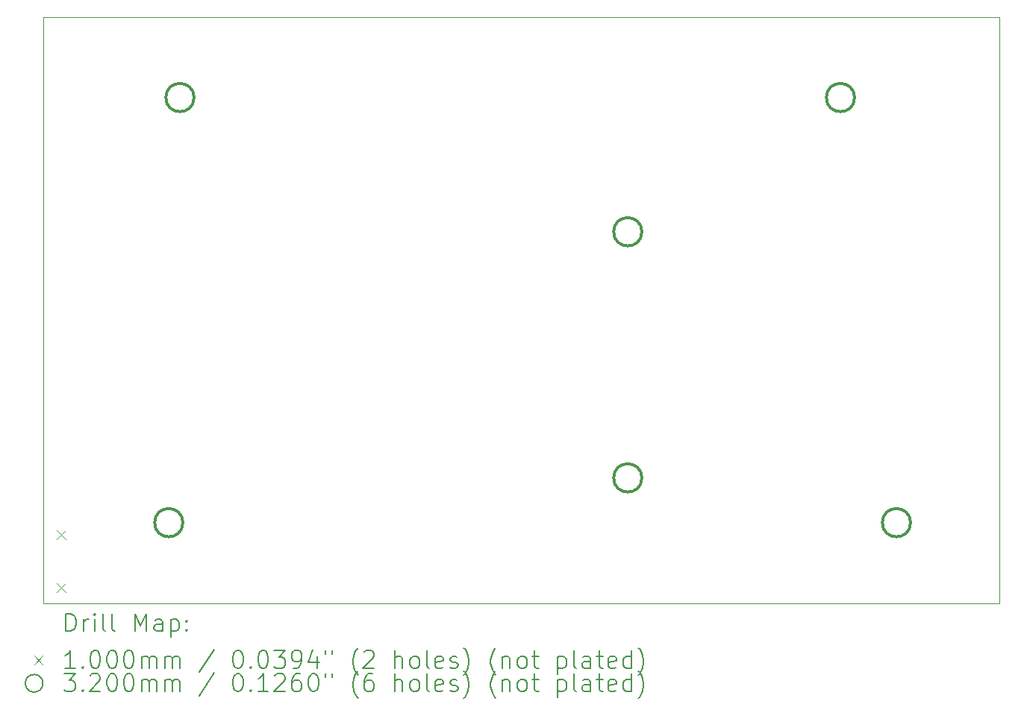
<source format=gbr>
%TF.GenerationSoftware,KiCad,Pcbnew,7.0.7*%
%TF.CreationDate,2024-02-25T13:03:45-05:00*%
%TF.ProjectId,Rover Voltage Sense,526f7665-7220-4566-9f6c-746167652053,rev?*%
%TF.SameCoordinates,Original*%
%TF.FileFunction,Drillmap*%
%TF.FilePolarity,Positive*%
%FSLAX45Y45*%
G04 Gerber Fmt 4.5, Leading zero omitted, Abs format (unit mm)*
G04 Created by KiCad (PCBNEW 7.0.7) date 2024-02-25 13:03:45*
%MOMM*%
%LPD*%
G01*
G04 APERTURE LIST*
%ADD10C,0.100000*%
%ADD11C,0.200000*%
%ADD12C,0.320000*%
G04 APERTURE END LIST*
D10*
X3276600Y-1879600D02*
X14122400Y-1879600D01*
X14122400Y-8534400D01*
X3276600Y-8534400D01*
X3276600Y-1879600D01*
D11*
D10*
X3430000Y-7710000D02*
X3530000Y-7810000D01*
X3530000Y-7710000D02*
X3430000Y-7810000D01*
X3430000Y-8310000D02*
X3530000Y-8410000D01*
X3530000Y-8310000D02*
X3430000Y-8410000D01*
D12*
X4859000Y-7620000D02*
G75*
G03*
X4859000Y-7620000I-160000J0D01*
G01*
X4986000Y-2794000D02*
G75*
G03*
X4986000Y-2794000I-160000J0D01*
G01*
X10066000Y-4318000D02*
G75*
G03*
X10066000Y-4318000I-160000J0D01*
G01*
X10066000Y-7112000D02*
G75*
G03*
X10066000Y-7112000I-160000J0D01*
G01*
X12479000Y-2794000D02*
G75*
G03*
X12479000Y-2794000I-160000J0D01*
G01*
X13114000Y-7620000D02*
G75*
G03*
X13114000Y-7620000I-160000J0D01*
G01*
D11*
X3532377Y-8850884D02*
X3532377Y-8650884D01*
X3532377Y-8650884D02*
X3579996Y-8650884D01*
X3579996Y-8650884D02*
X3608567Y-8660408D01*
X3608567Y-8660408D02*
X3627615Y-8679455D01*
X3627615Y-8679455D02*
X3637139Y-8698503D01*
X3637139Y-8698503D02*
X3646662Y-8736598D01*
X3646662Y-8736598D02*
X3646662Y-8765170D01*
X3646662Y-8765170D02*
X3637139Y-8803265D01*
X3637139Y-8803265D02*
X3627615Y-8822312D01*
X3627615Y-8822312D02*
X3608567Y-8841360D01*
X3608567Y-8841360D02*
X3579996Y-8850884D01*
X3579996Y-8850884D02*
X3532377Y-8850884D01*
X3732377Y-8850884D02*
X3732377Y-8717550D01*
X3732377Y-8755646D02*
X3741901Y-8736598D01*
X3741901Y-8736598D02*
X3751424Y-8727074D01*
X3751424Y-8727074D02*
X3770472Y-8717550D01*
X3770472Y-8717550D02*
X3789520Y-8717550D01*
X3856186Y-8850884D02*
X3856186Y-8717550D01*
X3856186Y-8650884D02*
X3846662Y-8660408D01*
X3846662Y-8660408D02*
X3856186Y-8669931D01*
X3856186Y-8669931D02*
X3865710Y-8660408D01*
X3865710Y-8660408D02*
X3856186Y-8650884D01*
X3856186Y-8650884D02*
X3856186Y-8669931D01*
X3979996Y-8850884D02*
X3960948Y-8841360D01*
X3960948Y-8841360D02*
X3951424Y-8822312D01*
X3951424Y-8822312D02*
X3951424Y-8650884D01*
X4084758Y-8850884D02*
X4065710Y-8841360D01*
X4065710Y-8841360D02*
X4056186Y-8822312D01*
X4056186Y-8822312D02*
X4056186Y-8650884D01*
X4313329Y-8850884D02*
X4313329Y-8650884D01*
X4313329Y-8650884D02*
X4379996Y-8793741D01*
X4379996Y-8793741D02*
X4446663Y-8650884D01*
X4446663Y-8650884D02*
X4446663Y-8850884D01*
X4627615Y-8850884D02*
X4627615Y-8746122D01*
X4627615Y-8746122D02*
X4618091Y-8727074D01*
X4618091Y-8727074D02*
X4599044Y-8717550D01*
X4599044Y-8717550D02*
X4560948Y-8717550D01*
X4560948Y-8717550D02*
X4541901Y-8727074D01*
X4627615Y-8841360D02*
X4608567Y-8850884D01*
X4608567Y-8850884D02*
X4560948Y-8850884D01*
X4560948Y-8850884D02*
X4541901Y-8841360D01*
X4541901Y-8841360D02*
X4532377Y-8822312D01*
X4532377Y-8822312D02*
X4532377Y-8803265D01*
X4532377Y-8803265D02*
X4541901Y-8784217D01*
X4541901Y-8784217D02*
X4560948Y-8774693D01*
X4560948Y-8774693D02*
X4608567Y-8774693D01*
X4608567Y-8774693D02*
X4627615Y-8765170D01*
X4722853Y-8717550D02*
X4722853Y-8917550D01*
X4722853Y-8727074D02*
X4741901Y-8717550D01*
X4741901Y-8717550D02*
X4779996Y-8717550D01*
X4779996Y-8717550D02*
X4799044Y-8727074D01*
X4799044Y-8727074D02*
X4808567Y-8736598D01*
X4808567Y-8736598D02*
X4818091Y-8755646D01*
X4818091Y-8755646D02*
X4818091Y-8812789D01*
X4818091Y-8812789D02*
X4808567Y-8831836D01*
X4808567Y-8831836D02*
X4799044Y-8841360D01*
X4799044Y-8841360D02*
X4779996Y-8850884D01*
X4779996Y-8850884D02*
X4741901Y-8850884D01*
X4741901Y-8850884D02*
X4722853Y-8841360D01*
X4903805Y-8831836D02*
X4913329Y-8841360D01*
X4913329Y-8841360D02*
X4903805Y-8850884D01*
X4903805Y-8850884D02*
X4894282Y-8841360D01*
X4894282Y-8841360D02*
X4903805Y-8831836D01*
X4903805Y-8831836D02*
X4903805Y-8850884D01*
X4903805Y-8727074D02*
X4913329Y-8736598D01*
X4913329Y-8736598D02*
X4903805Y-8746122D01*
X4903805Y-8746122D02*
X4894282Y-8736598D01*
X4894282Y-8736598D02*
X4903805Y-8727074D01*
X4903805Y-8727074D02*
X4903805Y-8746122D01*
D10*
X3171600Y-9129400D02*
X3271600Y-9229400D01*
X3271600Y-9129400D02*
X3171600Y-9229400D01*
D11*
X3637139Y-9270884D02*
X3522853Y-9270884D01*
X3579996Y-9270884D02*
X3579996Y-9070884D01*
X3579996Y-9070884D02*
X3560948Y-9099455D01*
X3560948Y-9099455D02*
X3541901Y-9118503D01*
X3541901Y-9118503D02*
X3522853Y-9128027D01*
X3722853Y-9251836D02*
X3732377Y-9261360D01*
X3732377Y-9261360D02*
X3722853Y-9270884D01*
X3722853Y-9270884D02*
X3713329Y-9261360D01*
X3713329Y-9261360D02*
X3722853Y-9251836D01*
X3722853Y-9251836D02*
X3722853Y-9270884D01*
X3856186Y-9070884D02*
X3875234Y-9070884D01*
X3875234Y-9070884D02*
X3894282Y-9080408D01*
X3894282Y-9080408D02*
X3903805Y-9089931D01*
X3903805Y-9089931D02*
X3913329Y-9108979D01*
X3913329Y-9108979D02*
X3922853Y-9147074D01*
X3922853Y-9147074D02*
X3922853Y-9194693D01*
X3922853Y-9194693D02*
X3913329Y-9232789D01*
X3913329Y-9232789D02*
X3903805Y-9251836D01*
X3903805Y-9251836D02*
X3894282Y-9261360D01*
X3894282Y-9261360D02*
X3875234Y-9270884D01*
X3875234Y-9270884D02*
X3856186Y-9270884D01*
X3856186Y-9270884D02*
X3837139Y-9261360D01*
X3837139Y-9261360D02*
X3827615Y-9251836D01*
X3827615Y-9251836D02*
X3818091Y-9232789D01*
X3818091Y-9232789D02*
X3808567Y-9194693D01*
X3808567Y-9194693D02*
X3808567Y-9147074D01*
X3808567Y-9147074D02*
X3818091Y-9108979D01*
X3818091Y-9108979D02*
X3827615Y-9089931D01*
X3827615Y-9089931D02*
X3837139Y-9080408D01*
X3837139Y-9080408D02*
X3856186Y-9070884D01*
X4046662Y-9070884D02*
X4065710Y-9070884D01*
X4065710Y-9070884D02*
X4084758Y-9080408D01*
X4084758Y-9080408D02*
X4094282Y-9089931D01*
X4094282Y-9089931D02*
X4103805Y-9108979D01*
X4103805Y-9108979D02*
X4113329Y-9147074D01*
X4113329Y-9147074D02*
X4113329Y-9194693D01*
X4113329Y-9194693D02*
X4103805Y-9232789D01*
X4103805Y-9232789D02*
X4094282Y-9251836D01*
X4094282Y-9251836D02*
X4084758Y-9261360D01*
X4084758Y-9261360D02*
X4065710Y-9270884D01*
X4065710Y-9270884D02*
X4046662Y-9270884D01*
X4046662Y-9270884D02*
X4027615Y-9261360D01*
X4027615Y-9261360D02*
X4018091Y-9251836D01*
X4018091Y-9251836D02*
X4008567Y-9232789D01*
X4008567Y-9232789D02*
X3999043Y-9194693D01*
X3999043Y-9194693D02*
X3999043Y-9147074D01*
X3999043Y-9147074D02*
X4008567Y-9108979D01*
X4008567Y-9108979D02*
X4018091Y-9089931D01*
X4018091Y-9089931D02*
X4027615Y-9080408D01*
X4027615Y-9080408D02*
X4046662Y-9070884D01*
X4237139Y-9070884D02*
X4256186Y-9070884D01*
X4256186Y-9070884D02*
X4275234Y-9080408D01*
X4275234Y-9080408D02*
X4284758Y-9089931D01*
X4284758Y-9089931D02*
X4294282Y-9108979D01*
X4294282Y-9108979D02*
X4303805Y-9147074D01*
X4303805Y-9147074D02*
X4303805Y-9194693D01*
X4303805Y-9194693D02*
X4294282Y-9232789D01*
X4294282Y-9232789D02*
X4284758Y-9251836D01*
X4284758Y-9251836D02*
X4275234Y-9261360D01*
X4275234Y-9261360D02*
X4256186Y-9270884D01*
X4256186Y-9270884D02*
X4237139Y-9270884D01*
X4237139Y-9270884D02*
X4218091Y-9261360D01*
X4218091Y-9261360D02*
X4208567Y-9251836D01*
X4208567Y-9251836D02*
X4199044Y-9232789D01*
X4199044Y-9232789D02*
X4189520Y-9194693D01*
X4189520Y-9194693D02*
X4189520Y-9147074D01*
X4189520Y-9147074D02*
X4199044Y-9108979D01*
X4199044Y-9108979D02*
X4208567Y-9089931D01*
X4208567Y-9089931D02*
X4218091Y-9080408D01*
X4218091Y-9080408D02*
X4237139Y-9070884D01*
X4389520Y-9270884D02*
X4389520Y-9137550D01*
X4389520Y-9156598D02*
X4399044Y-9147074D01*
X4399044Y-9147074D02*
X4418091Y-9137550D01*
X4418091Y-9137550D02*
X4446663Y-9137550D01*
X4446663Y-9137550D02*
X4465710Y-9147074D01*
X4465710Y-9147074D02*
X4475234Y-9166122D01*
X4475234Y-9166122D02*
X4475234Y-9270884D01*
X4475234Y-9166122D02*
X4484758Y-9147074D01*
X4484758Y-9147074D02*
X4503805Y-9137550D01*
X4503805Y-9137550D02*
X4532377Y-9137550D01*
X4532377Y-9137550D02*
X4551425Y-9147074D01*
X4551425Y-9147074D02*
X4560948Y-9166122D01*
X4560948Y-9166122D02*
X4560948Y-9270884D01*
X4656186Y-9270884D02*
X4656186Y-9137550D01*
X4656186Y-9156598D02*
X4665710Y-9147074D01*
X4665710Y-9147074D02*
X4684758Y-9137550D01*
X4684758Y-9137550D02*
X4713329Y-9137550D01*
X4713329Y-9137550D02*
X4732377Y-9147074D01*
X4732377Y-9147074D02*
X4741901Y-9166122D01*
X4741901Y-9166122D02*
X4741901Y-9270884D01*
X4741901Y-9166122D02*
X4751425Y-9147074D01*
X4751425Y-9147074D02*
X4770472Y-9137550D01*
X4770472Y-9137550D02*
X4799044Y-9137550D01*
X4799044Y-9137550D02*
X4818091Y-9147074D01*
X4818091Y-9147074D02*
X4827615Y-9166122D01*
X4827615Y-9166122D02*
X4827615Y-9270884D01*
X5218091Y-9061360D02*
X5046663Y-9318503D01*
X5475234Y-9070884D02*
X5494282Y-9070884D01*
X5494282Y-9070884D02*
X5513329Y-9080408D01*
X5513329Y-9080408D02*
X5522853Y-9089931D01*
X5522853Y-9089931D02*
X5532377Y-9108979D01*
X5532377Y-9108979D02*
X5541901Y-9147074D01*
X5541901Y-9147074D02*
X5541901Y-9194693D01*
X5541901Y-9194693D02*
X5532377Y-9232789D01*
X5532377Y-9232789D02*
X5522853Y-9251836D01*
X5522853Y-9251836D02*
X5513329Y-9261360D01*
X5513329Y-9261360D02*
X5494282Y-9270884D01*
X5494282Y-9270884D02*
X5475234Y-9270884D01*
X5475234Y-9270884D02*
X5456187Y-9261360D01*
X5456187Y-9261360D02*
X5446663Y-9251836D01*
X5446663Y-9251836D02*
X5437139Y-9232789D01*
X5437139Y-9232789D02*
X5427615Y-9194693D01*
X5427615Y-9194693D02*
X5427615Y-9147074D01*
X5427615Y-9147074D02*
X5437139Y-9108979D01*
X5437139Y-9108979D02*
X5446663Y-9089931D01*
X5446663Y-9089931D02*
X5456187Y-9080408D01*
X5456187Y-9080408D02*
X5475234Y-9070884D01*
X5627615Y-9251836D02*
X5637139Y-9261360D01*
X5637139Y-9261360D02*
X5627615Y-9270884D01*
X5627615Y-9270884D02*
X5618091Y-9261360D01*
X5618091Y-9261360D02*
X5627615Y-9251836D01*
X5627615Y-9251836D02*
X5627615Y-9270884D01*
X5760948Y-9070884D02*
X5779996Y-9070884D01*
X5779996Y-9070884D02*
X5799044Y-9080408D01*
X5799044Y-9080408D02*
X5808567Y-9089931D01*
X5808567Y-9089931D02*
X5818091Y-9108979D01*
X5818091Y-9108979D02*
X5827615Y-9147074D01*
X5827615Y-9147074D02*
X5827615Y-9194693D01*
X5827615Y-9194693D02*
X5818091Y-9232789D01*
X5818091Y-9232789D02*
X5808567Y-9251836D01*
X5808567Y-9251836D02*
X5799044Y-9261360D01*
X5799044Y-9261360D02*
X5779996Y-9270884D01*
X5779996Y-9270884D02*
X5760948Y-9270884D01*
X5760948Y-9270884D02*
X5741901Y-9261360D01*
X5741901Y-9261360D02*
X5732377Y-9251836D01*
X5732377Y-9251836D02*
X5722853Y-9232789D01*
X5722853Y-9232789D02*
X5713329Y-9194693D01*
X5713329Y-9194693D02*
X5713329Y-9147074D01*
X5713329Y-9147074D02*
X5722853Y-9108979D01*
X5722853Y-9108979D02*
X5732377Y-9089931D01*
X5732377Y-9089931D02*
X5741901Y-9080408D01*
X5741901Y-9080408D02*
X5760948Y-9070884D01*
X5894282Y-9070884D02*
X6018091Y-9070884D01*
X6018091Y-9070884D02*
X5951425Y-9147074D01*
X5951425Y-9147074D02*
X5979996Y-9147074D01*
X5979996Y-9147074D02*
X5999044Y-9156598D01*
X5999044Y-9156598D02*
X6008567Y-9166122D01*
X6008567Y-9166122D02*
X6018091Y-9185170D01*
X6018091Y-9185170D02*
X6018091Y-9232789D01*
X6018091Y-9232789D02*
X6008567Y-9251836D01*
X6008567Y-9251836D02*
X5999044Y-9261360D01*
X5999044Y-9261360D02*
X5979996Y-9270884D01*
X5979996Y-9270884D02*
X5922853Y-9270884D01*
X5922853Y-9270884D02*
X5903806Y-9261360D01*
X5903806Y-9261360D02*
X5894282Y-9251836D01*
X6113329Y-9270884D02*
X6151425Y-9270884D01*
X6151425Y-9270884D02*
X6170472Y-9261360D01*
X6170472Y-9261360D02*
X6179996Y-9251836D01*
X6179996Y-9251836D02*
X6199044Y-9223265D01*
X6199044Y-9223265D02*
X6208567Y-9185170D01*
X6208567Y-9185170D02*
X6208567Y-9108979D01*
X6208567Y-9108979D02*
X6199044Y-9089931D01*
X6199044Y-9089931D02*
X6189520Y-9080408D01*
X6189520Y-9080408D02*
X6170472Y-9070884D01*
X6170472Y-9070884D02*
X6132377Y-9070884D01*
X6132377Y-9070884D02*
X6113329Y-9080408D01*
X6113329Y-9080408D02*
X6103806Y-9089931D01*
X6103806Y-9089931D02*
X6094282Y-9108979D01*
X6094282Y-9108979D02*
X6094282Y-9156598D01*
X6094282Y-9156598D02*
X6103806Y-9175646D01*
X6103806Y-9175646D02*
X6113329Y-9185170D01*
X6113329Y-9185170D02*
X6132377Y-9194693D01*
X6132377Y-9194693D02*
X6170472Y-9194693D01*
X6170472Y-9194693D02*
X6189520Y-9185170D01*
X6189520Y-9185170D02*
X6199044Y-9175646D01*
X6199044Y-9175646D02*
X6208567Y-9156598D01*
X6379996Y-9137550D02*
X6379996Y-9270884D01*
X6332377Y-9061360D02*
X6284758Y-9204217D01*
X6284758Y-9204217D02*
X6408567Y-9204217D01*
X6475234Y-9070884D02*
X6475234Y-9108979D01*
X6551425Y-9070884D02*
X6551425Y-9108979D01*
X6846663Y-9347074D02*
X6837139Y-9337550D01*
X6837139Y-9337550D02*
X6818091Y-9308979D01*
X6818091Y-9308979D02*
X6808568Y-9289931D01*
X6808568Y-9289931D02*
X6799044Y-9261360D01*
X6799044Y-9261360D02*
X6789520Y-9213741D01*
X6789520Y-9213741D02*
X6789520Y-9175646D01*
X6789520Y-9175646D02*
X6799044Y-9128027D01*
X6799044Y-9128027D02*
X6808568Y-9099455D01*
X6808568Y-9099455D02*
X6818091Y-9080408D01*
X6818091Y-9080408D02*
X6837139Y-9051836D01*
X6837139Y-9051836D02*
X6846663Y-9042312D01*
X6913329Y-9089931D02*
X6922853Y-9080408D01*
X6922853Y-9080408D02*
X6941901Y-9070884D01*
X6941901Y-9070884D02*
X6989520Y-9070884D01*
X6989520Y-9070884D02*
X7008568Y-9080408D01*
X7008568Y-9080408D02*
X7018091Y-9089931D01*
X7018091Y-9089931D02*
X7027615Y-9108979D01*
X7027615Y-9108979D02*
X7027615Y-9128027D01*
X7027615Y-9128027D02*
X7018091Y-9156598D01*
X7018091Y-9156598D02*
X6903806Y-9270884D01*
X6903806Y-9270884D02*
X7027615Y-9270884D01*
X7265710Y-9270884D02*
X7265710Y-9070884D01*
X7351425Y-9270884D02*
X7351425Y-9166122D01*
X7351425Y-9166122D02*
X7341901Y-9147074D01*
X7341901Y-9147074D02*
X7322853Y-9137550D01*
X7322853Y-9137550D02*
X7294282Y-9137550D01*
X7294282Y-9137550D02*
X7275234Y-9147074D01*
X7275234Y-9147074D02*
X7265710Y-9156598D01*
X7475234Y-9270884D02*
X7456187Y-9261360D01*
X7456187Y-9261360D02*
X7446663Y-9251836D01*
X7446663Y-9251836D02*
X7437139Y-9232789D01*
X7437139Y-9232789D02*
X7437139Y-9175646D01*
X7437139Y-9175646D02*
X7446663Y-9156598D01*
X7446663Y-9156598D02*
X7456187Y-9147074D01*
X7456187Y-9147074D02*
X7475234Y-9137550D01*
X7475234Y-9137550D02*
X7503806Y-9137550D01*
X7503806Y-9137550D02*
X7522853Y-9147074D01*
X7522853Y-9147074D02*
X7532377Y-9156598D01*
X7532377Y-9156598D02*
X7541901Y-9175646D01*
X7541901Y-9175646D02*
X7541901Y-9232789D01*
X7541901Y-9232789D02*
X7532377Y-9251836D01*
X7532377Y-9251836D02*
X7522853Y-9261360D01*
X7522853Y-9261360D02*
X7503806Y-9270884D01*
X7503806Y-9270884D02*
X7475234Y-9270884D01*
X7656187Y-9270884D02*
X7637139Y-9261360D01*
X7637139Y-9261360D02*
X7627615Y-9242312D01*
X7627615Y-9242312D02*
X7627615Y-9070884D01*
X7808568Y-9261360D02*
X7789520Y-9270884D01*
X7789520Y-9270884D02*
X7751425Y-9270884D01*
X7751425Y-9270884D02*
X7732377Y-9261360D01*
X7732377Y-9261360D02*
X7722853Y-9242312D01*
X7722853Y-9242312D02*
X7722853Y-9166122D01*
X7722853Y-9166122D02*
X7732377Y-9147074D01*
X7732377Y-9147074D02*
X7751425Y-9137550D01*
X7751425Y-9137550D02*
X7789520Y-9137550D01*
X7789520Y-9137550D02*
X7808568Y-9147074D01*
X7808568Y-9147074D02*
X7818091Y-9166122D01*
X7818091Y-9166122D02*
X7818091Y-9185170D01*
X7818091Y-9185170D02*
X7722853Y-9204217D01*
X7894282Y-9261360D02*
X7913330Y-9270884D01*
X7913330Y-9270884D02*
X7951425Y-9270884D01*
X7951425Y-9270884D02*
X7970472Y-9261360D01*
X7970472Y-9261360D02*
X7979996Y-9242312D01*
X7979996Y-9242312D02*
X7979996Y-9232789D01*
X7979996Y-9232789D02*
X7970472Y-9213741D01*
X7970472Y-9213741D02*
X7951425Y-9204217D01*
X7951425Y-9204217D02*
X7922853Y-9204217D01*
X7922853Y-9204217D02*
X7903806Y-9194693D01*
X7903806Y-9194693D02*
X7894282Y-9175646D01*
X7894282Y-9175646D02*
X7894282Y-9166122D01*
X7894282Y-9166122D02*
X7903806Y-9147074D01*
X7903806Y-9147074D02*
X7922853Y-9137550D01*
X7922853Y-9137550D02*
X7951425Y-9137550D01*
X7951425Y-9137550D02*
X7970472Y-9147074D01*
X8046663Y-9347074D02*
X8056187Y-9337550D01*
X8056187Y-9337550D02*
X8075234Y-9308979D01*
X8075234Y-9308979D02*
X8084758Y-9289931D01*
X8084758Y-9289931D02*
X8094282Y-9261360D01*
X8094282Y-9261360D02*
X8103806Y-9213741D01*
X8103806Y-9213741D02*
X8103806Y-9175646D01*
X8103806Y-9175646D02*
X8094282Y-9128027D01*
X8094282Y-9128027D02*
X8084758Y-9099455D01*
X8084758Y-9099455D02*
X8075234Y-9080408D01*
X8075234Y-9080408D02*
X8056187Y-9051836D01*
X8056187Y-9051836D02*
X8046663Y-9042312D01*
X8408568Y-9347074D02*
X8399044Y-9337550D01*
X8399044Y-9337550D02*
X8379996Y-9308979D01*
X8379996Y-9308979D02*
X8370472Y-9289931D01*
X8370472Y-9289931D02*
X8360949Y-9261360D01*
X8360949Y-9261360D02*
X8351425Y-9213741D01*
X8351425Y-9213741D02*
X8351425Y-9175646D01*
X8351425Y-9175646D02*
X8360949Y-9128027D01*
X8360949Y-9128027D02*
X8370472Y-9099455D01*
X8370472Y-9099455D02*
X8379996Y-9080408D01*
X8379996Y-9080408D02*
X8399044Y-9051836D01*
X8399044Y-9051836D02*
X8408568Y-9042312D01*
X8484758Y-9137550D02*
X8484758Y-9270884D01*
X8484758Y-9156598D02*
X8494282Y-9147074D01*
X8494282Y-9147074D02*
X8513330Y-9137550D01*
X8513330Y-9137550D02*
X8541901Y-9137550D01*
X8541901Y-9137550D02*
X8560949Y-9147074D01*
X8560949Y-9147074D02*
X8570473Y-9166122D01*
X8570473Y-9166122D02*
X8570473Y-9270884D01*
X8694282Y-9270884D02*
X8675234Y-9261360D01*
X8675234Y-9261360D02*
X8665711Y-9251836D01*
X8665711Y-9251836D02*
X8656187Y-9232789D01*
X8656187Y-9232789D02*
X8656187Y-9175646D01*
X8656187Y-9175646D02*
X8665711Y-9156598D01*
X8665711Y-9156598D02*
X8675234Y-9147074D01*
X8675234Y-9147074D02*
X8694282Y-9137550D01*
X8694282Y-9137550D02*
X8722854Y-9137550D01*
X8722854Y-9137550D02*
X8741901Y-9147074D01*
X8741901Y-9147074D02*
X8751425Y-9156598D01*
X8751425Y-9156598D02*
X8760949Y-9175646D01*
X8760949Y-9175646D02*
X8760949Y-9232789D01*
X8760949Y-9232789D02*
X8751425Y-9251836D01*
X8751425Y-9251836D02*
X8741901Y-9261360D01*
X8741901Y-9261360D02*
X8722854Y-9270884D01*
X8722854Y-9270884D02*
X8694282Y-9270884D01*
X8818092Y-9137550D02*
X8894282Y-9137550D01*
X8846663Y-9070884D02*
X8846663Y-9242312D01*
X8846663Y-9242312D02*
X8856187Y-9261360D01*
X8856187Y-9261360D02*
X8875234Y-9270884D01*
X8875234Y-9270884D02*
X8894282Y-9270884D01*
X9113330Y-9137550D02*
X9113330Y-9337550D01*
X9113330Y-9147074D02*
X9132377Y-9137550D01*
X9132377Y-9137550D02*
X9170473Y-9137550D01*
X9170473Y-9137550D02*
X9189520Y-9147074D01*
X9189520Y-9147074D02*
X9199044Y-9156598D01*
X9199044Y-9156598D02*
X9208568Y-9175646D01*
X9208568Y-9175646D02*
X9208568Y-9232789D01*
X9208568Y-9232789D02*
X9199044Y-9251836D01*
X9199044Y-9251836D02*
X9189520Y-9261360D01*
X9189520Y-9261360D02*
X9170473Y-9270884D01*
X9170473Y-9270884D02*
X9132377Y-9270884D01*
X9132377Y-9270884D02*
X9113330Y-9261360D01*
X9322854Y-9270884D02*
X9303806Y-9261360D01*
X9303806Y-9261360D02*
X9294282Y-9242312D01*
X9294282Y-9242312D02*
X9294282Y-9070884D01*
X9484758Y-9270884D02*
X9484758Y-9166122D01*
X9484758Y-9166122D02*
X9475235Y-9147074D01*
X9475235Y-9147074D02*
X9456187Y-9137550D01*
X9456187Y-9137550D02*
X9418092Y-9137550D01*
X9418092Y-9137550D02*
X9399044Y-9147074D01*
X9484758Y-9261360D02*
X9465711Y-9270884D01*
X9465711Y-9270884D02*
X9418092Y-9270884D01*
X9418092Y-9270884D02*
X9399044Y-9261360D01*
X9399044Y-9261360D02*
X9389520Y-9242312D01*
X9389520Y-9242312D02*
X9389520Y-9223265D01*
X9389520Y-9223265D02*
X9399044Y-9204217D01*
X9399044Y-9204217D02*
X9418092Y-9194693D01*
X9418092Y-9194693D02*
X9465711Y-9194693D01*
X9465711Y-9194693D02*
X9484758Y-9185170D01*
X9551425Y-9137550D02*
X9627615Y-9137550D01*
X9579996Y-9070884D02*
X9579996Y-9242312D01*
X9579996Y-9242312D02*
X9589520Y-9261360D01*
X9589520Y-9261360D02*
X9608568Y-9270884D01*
X9608568Y-9270884D02*
X9627615Y-9270884D01*
X9770473Y-9261360D02*
X9751425Y-9270884D01*
X9751425Y-9270884D02*
X9713330Y-9270884D01*
X9713330Y-9270884D02*
X9694282Y-9261360D01*
X9694282Y-9261360D02*
X9684758Y-9242312D01*
X9684758Y-9242312D02*
X9684758Y-9166122D01*
X9684758Y-9166122D02*
X9694282Y-9147074D01*
X9694282Y-9147074D02*
X9713330Y-9137550D01*
X9713330Y-9137550D02*
X9751425Y-9137550D01*
X9751425Y-9137550D02*
X9770473Y-9147074D01*
X9770473Y-9147074D02*
X9779996Y-9166122D01*
X9779996Y-9166122D02*
X9779996Y-9185170D01*
X9779996Y-9185170D02*
X9684758Y-9204217D01*
X9951425Y-9270884D02*
X9951425Y-9070884D01*
X9951425Y-9261360D02*
X9932377Y-9270884D01*
X9932377Y-9270884D02*
X9894282Y-9270884D01*
X9894282Y-9270884D02*
X9875235Y-9261360D01*
X9875235Y-9261360D02*
X9865711Y-9251836D01*
X9865711Y-9251836D02*
X9856187Y-9232789D01*
X9856187Y-9232789D02*
X9856187Y-9175646D01*
X9856187Y-9175646D02*
X9865711Y-9156598D01*
X9865711Y-9156598D02*
X9875235Y-9147074D01*
X9875235Y-9147074D02*
X9894282Y-9137550D01*
X9894282Y-9137550D02*
X9932377Y-9137550D01*
X9932377Y-9137550D02*
X9951425Y-9147074D01*
X10027616Y-9347074D02*
X10037139Y-9337550D01*
X10037139Y-9337550D02*
X10056187Y-9308979D01*
X10056187Y-9308979D02*
X10065711Y-9289931D01*
X10065711Y-9289931D02*
X10075235Y-9261360D01*
X10075235Y-9261360D02*
X10084758Y-9213741D01*
X10084758Y-9213741D02*
X10084758Y-9175646D01*
X10084758Y-9175646D02*
X10075235Y-9128027D01*
X10075235Y-9128027D02*
X10065711Y-9099455D01*
X10065711Y-9099455D02*
X10056187Y-9080408D01*
X10056187Y-9080408D02*
X10037139Y-9051836D01*
X10037139Y-9051836D02*
X10027616Y-9042312D01*
X3271600Y-9443400D02*
G75*
G03*
X3271600Y-9443400I-100000J0D01*
G01*
X3513329Y-9334884D02*
X3637139Y-9334884D01*
X3637139Y-9334884D02*
X3570472Y-9411074D01*
X3570472Y-9411074D02*
X3599043Y-9411074D01*
X3599043Y-9411074D02*
X3618091Y-9420598D01*
X3618091Y-9420598D02*
X3627615Y-9430122D01*
X3627615Y-9430122D02*
X3637139Y-9449170D01*
X3637139Y-9449170D02*
X3637139Y-9496789D01*
X3637139Y-9496789D02*
X3627615Y-9515836D01*
X3627615Y-9515836D02*
X3618091Y-9525360D01*
X3618091Y-9525360D02*
X3599043Y-9534884D01*
X3599043Y-9534884D02*
X3541901Y-9534884D01*
X3541901Y-9534884D02*
X3522853Y-9525360D01*
X3522853Y-9525360D02*
X3513329Y-9515836D01*
X3722853Y-9515836D02*
X3732377Y-9525360D01*
X3732377Y-9525360D02*
X3722853Y-9534884D01*
X3722853Y-9534884D02*
X3713329Y-9525360D01*
X3713329Y-9525360D02*
X3722853Y-9515836D01*
X3722853Y-9515836D02*
X3722853Y-9534884D01*
X3808567Y-9353931D02*
X3818091Y-9344408D01*
X3818091Y-9344408D02*
X3837139Y-9334884D01*
X3837139Y-9334884D02*
X3884758Y-9334884D01*
X3884758Y-9334884D02*
X3903805Y-9344408D01*
X3903805Y-9344408D02*
X3913329Y-9353931D01*
X3913329Y-9353931D02*
X3922853Y-9372979D01*
X3922853Y-9372979D02*
X3922853Y-9392027D01*
X3922853Y-9392027D02*
X3913329Y-9420598D01*
X3913329Y-9420598D02*
X3799043Y-9534884D01*
X3799043Y-9534884D02*
X3922853Y-9534884D01*
X4046662Y-9334884D02*
X4065710Y-9334884D01*
X4065710Y-9334884D02*
X4084758Y-9344408D01*
X4084758Y-9344408D02*
X4094282Y-9353931D01*
X4094282Y-9353931D02*
X4103805Y-9372979D01*
X4103805Y-9372979D02*
X4113329Y-9411074D01*
X4113329Y-9411074D02*
X4113329Y-9458693D01*
X4113329Y-9458693D02*
X4103805Y-9496789D01*
X4103805Y-9496789D02*
X4094282Y-9515836D01*
X4094282Y-9515836D02*
X4084758Y-9525360D01*
X4084758Y-9525360D02*
X4065710Y-9534884D01*
X4065710Y-9534884D02*
X4046662Y-9534884D01*
X4046662Y-9534884D02*
X4027615Y-9525360D01*
X4027615Y-9525360D02*
X4018091Y-9515836D01*
X4018091Y-9515836D02*
X4008567Y-9496789D01*
X4008567Y-9496789D02*
X3999043Y-9458693D01*
X3999043Y-9458693D02*
X3999043Y-9411074D01*
X3999043Y-9411074D02*
X4008567Y-9372979D01*
X4008567Y-9372979D02*
X4018091Y-9353931D01*
X4018091Y-9353931D02*
X4027615Y-9344408D01*
X4027615Y-9344408D02*
X4046662Y-9334884D01*
X4237139Y-9334884D02*
X4256186Y-9334884D01*
X4256186Y-9334884D02*
X4275234Y-9344408D01*
X4275234Y-9344408D02*
X4284758Y-9353931D01*
X4284758Y-9353931D02*
X4294282Y-9372979D01*
X4294282Y-9372979D02*
X4303805Y-9411074D01*
X4303805Y-9411074D02*
X4303805Y-9458693D01*
X4303805Y-9458693D02*
X4294282Y-9496789D01*
X4294282Y-9496789D02*
X4284758Y-9515836D01*
X4284758Y-9515836D02*
X4275234Y-9525360D01*
X4275234Y-9525360D02*
X4256186Y-9534884D01*
X4256186Y-9534884D02*
X4237139Y-9534884D01*
X4237139Y-9534884D02*
X4218091Y-9525360D01*
X4218091Y-9525360D02*
X4208567Y-9515836D01*
X4208567Y-9515836D02*
X4199044Y-9496789D01*
X4199044Y-9496789D02*
X4189520Y-9458693D01*
X4189520Y-9458693D02*
X4189520Y-9411074D01*
X4189520Y-9411074D02*
X4199044Y-9372979D01*
X4199044Y-9372979D02*
X4208567Y-9353931D01*
X4208567Y-9353931D02*
X4218091Y-9344408D01*
X4218091Y-9344408D02*
X4237139Y-9334884D01*
X4389520Y-9534884D02*
X4389520Y-9401550D01*
X4389520Y-9420598D02*
X4399044Y-9411074D01*
X4399044Y-9411074D02*
X4418091Y-9401550D01*
X4418091Y-9401550D02*
X4446663Y-9401550D01*
X4446663Y-9401550D02*
X4465710Y-9411074D01*
X4465710Y-9411074D02*
X4475234Y-9430122D01*
X4475234Y-9430122D02*
X4475234Y-9534884D01*
X4475234Y-9430122D02*
X4484758Y-9411074D01*
X4484758Y-9411074D02*
X4503805Y-9401550D01*
X4503805Y-9401550D02*
X4532377Y-9401550D01*
X4532377Y-9401550D02*
X4551425Y-9411074D01*
X4551425Y-9411074D02*
X4560948Y-9430122D01*
X4560948Y-9430122D02*
X4560948Y-9534884D01*
X4656186Y-9534884D02*
X4656186Y-9401550D01*
X4656186Y-9420598D02*
X4665710Y-9411074D01*
X4665710Y-9411074D02*
X4684758Y-9401550D01*
X4684758Y-9401550D02*
X4713329Y-9401550D01*
X4713329Y-9401550D02*
X4732377Y-9411074D01*
X4732377Y-9411074D02*
X4741901Y-9430122D01*
X4741901Y-9430122D02*
X4741901Y-9534884D01*
X4741901Y-9430122D02*
X4751425Y-9411074D01*
X4751425Y-9411074D02*
X4770472Y-9401550D01*
X4770472Y-9401550D02*
X4799044Y-9401550D01*
X4799044Y-9401550D02*
X4818091Y-9411074D01*
X4818091Y-9411074D02*
X4827615Y-9430122D01*
X4827615Y-9430122D02*
X4827615Y-9534884D01*
X5218091Y-9325360D02*
X5046663Y-9582503D01*
X5475234Y-9334884D02*
X5494282Y-9334884D01*
X5494282Y-9334884D02*
X5513329Y-9344408D01*
X5513329Y-9344408D02*
X5522853Y-9353931D01*
X5522853Y-9353931D02*
X5532377Y-9372979D01*
X5532377Y-9372979D02*
X5541901Y-9411074D01*
X5541901Y-9411074D02*
X5541901Y-9458693D01*
X5541901Y-9458693D02*
X5532377Y-9496789D01*
X5532377Y-9496789D02*
X5522853Y-9515836D01*
X5522853Y-9515836D02*
X5513329Y-9525360D01*
X5513329Y-9525360D02*
X5494282Y-9534884D01*
X5494282Y-9534884D02*
X5475234Y-9534884D01*
X5475234Y-9534884D02*
X5456187Y-9525360D01*
X5456187Y-9525360D02*
X5446663Y-9515836D01*
X5446663Y-9515836D02*
X5437139Y-9496789D01*
X5437139Y-9496789D02*
X5427615Y-9458693D01*
X5427615Y-9458693D02*
X5427615Y-9411074D01*
X5427615Y-9411074D02*
X5437139Y-9372979D01*
X5437139Y-9372979D02*
X5446663Y-9353931D01*
X5446663Y-9353931D02*
X5456187Y-9344408D01*
X5456187Y-9344408D02*
X5475234Y-9334884D01*
X5627615Y-9515836D02*
X5637139Y-9525360D01*
X5637139Y-9525360D02*
X5627615Y-9534884D01*
X5627615Y-9534884D02*
X5618091Y-9525360D01*
X5618091Y-9525360D02*
X5627615Y-9515836D01*
X5627615Y-9515836D02*
X5627615Y-9534884D01*
X5827615Y-9534884D02*
X5713329Y-9534884D01*
X5770472Y-9534884D02*
X5770472Y-9334884D01*
X5770472Y-9334884D02*
X5751425Y-9363455D01*
X5751425Y-9363455D02*
X5732377Y-9382503D01*
X5732377Y-9382503D02*
X5713329Y-9392027D01*
X5903806Y-9353931D02*
X5913329Y-9344408D01*
X5913329Y-9344408D02*
X5932377Y-9334884D01*
X5932377Y-9334884D02*
X5979996Y-9334884D01*
X5979996Y-9334884D02*
X5999044Y-9344408D01*
X5999044Y-9344408D02*
X6008567Y-9353931D01*
X6008567Y-9353931D02*
X6018091Y-9372979D01*
X6018091Y-9372979D02*
X6018091Y-9392027D01*
X6018091Y-9392027D02*
X6008567Y-9420598D01*
X6008567Y-9420598D02*
X5894282Y-9534884D01*
X5894282Y-9534884D02*
X6018091Y-9534884D01*
X6189520Y-9334884D02*
X6151425Y-9334884D01*
X6151425Y-9334884D02*
X6132377Y-9344408D01*
X6132377Y-9344408D02*
X6122853Y-9353931D01*
X6122853Y-9353931D02*
X6103806Y-9382503D01*
X6103806Y-9382503D02*
X6094282Y-9420598D01*
X6094282Y-9420598D02*
X6094282Y-9496789D01*
X6094282Y-9496789D02*
X6103806Y-9515836D01*
X6103806Y-9515836D02*
X6113329Y-9525360D01*
X6113329Y-9525360D02*
X6132377Y-9534884D01*
X6132377Y-9534884D02*
X6170472Y-9534884D01*
X6170472Y-9534884D02*
X6189520Y-9525360D01*
X6189520Y-9525360D02*
X6199044Y-9515836D01*
X6199044Y-9515836D02*
X6208567Y-9496789D01*
X6208567Y-9496789D02*
X6208567Y-9449170D01*
X6208567Y-9449170D02*
X6199044Y-9430122D01*
X6199044Y-9430122D02*
X6189520Y-9420598D01*
X6189520Y-9420598D02*
X6170472Y-9411074D01*
X6170472Y-9411074D02*
X6132377Y-9411074D01*
X6132377Y-9411074D02*
X6113329Y-9420598D01*
X6113329Y-9420598D02*
X6103806Y-9430122D01*
X6103806Y-9430122D02*
X6094282Y-9449170D01*
X6332377Y-9334884D02*
X6351425Y-9334884D01*
X6351425Y-9334884D02*
X6370472Y-9344408D01*
X6370472Y-9344408D02*
X6379996Y-9353931D01*
X6379996Y-9353931D02*
X6389520Y-9372979D01*
X6389520Y-9372979D02*
X6399044Y-9411074D01*
X6399044Y-9411074D02*
X6399044Y-9458693D01*
X6399044Y-9458693D02*
X6389520Y-9496789D01*
X6389520Y-9496789D02*
X6379996Y-9515836D01*
X6379996Y-9515836D02*
X6370472Y-9525360D01*
X6370472Y-9525360D02*
X6351425Y-9534884D01*
X6351425Y-9534884D02*
X6332377Y-9534884D01*
X6332377Y-9534884D02*
X6313329Y-9525360D01*
X6313329Y-9525360D02*
X6303806Y-9515836D01*
X6303806Y-9515836D02*
X6294282Y-9496789D01*
X6294282Y-9496789D02*
X6284758Y-9458693D01*
X6284758Y-9458693D02*
X6284758Y-9411074D01*
X6284758Y-9411074D02*
X6294282Y-9372979D01*
X6294282Y-9372979D02*
X6303806Y-9353931D01*
X6303806Y-9353931D02*
X6313329Y-9344408D01*
X6313329Y-9344408D02*
X6332377Y-9334884D01*
X6475234Y-9334884D02*
X6475234Y-9372979D01*
X6551425Y-9334884D02*
X6551425Y-9372979D01*
X6846663Y-9611074D02*
X6837139Y-9601550D01*
X6837139Y-9601550D02*
X6818091Y-9572979D01*
X6818091Y-9572979D02*
X6808568Y-9553931D01*
X6808568Y-9553931D02*
X6799044Y-9525360D01*
X6799044Y-9525360D02*
X6789520Y-9477741D01*
X6789520Y-9477741D02*
X6789520Y-9439646D01*
X6789520Y-9439646D02*
X6799044Y-9392027D01*
X6799044Y-9392027D02*
X6808568Y-9363455D01*
X6808568Y-9363455D02*
X6818091Y-9344408D01*
X6818091Y-9344408D02*
X6837139Y-9315836D01*
X6837139Y-9315836D02*
X6846663Y-9306312D01*
X7008568Y-9334884D02*
X6970472Y-9334884D01*
X6970472Y-9334884D02*
X6951425Y-9344408D01*
X6951425Y-9344408D02*
X6941901Y-9353931D01*
X6941901Y-9353931D02*
X6922853Y-9382503D01*
X6922853Y-9382503D02*
X6913329Y-9420598D01*
X6913329Y-9420598D02*
X6913329Y-9496789D01*
X6913329Y-9496789D02*
X6922853Y-9515836D01*
X6922853Y-9515836D02*
X6932377Y-9525360D01*
X6932377Y-9525360D02*
X6951425Y-9534884D01*
X6951425Y-9534884D02*
X6989520Y-9534884D01*
X6989520Y-9534884D02*
X7008568Y-9525360D01*
X7008568Y-9525360D02*
X7018091Y-9515836D01*
X7018091Y-9515836D02*
X7027615Y-9496789D01*
X7027615Y-9496789D02*
X7027615Y-9449170D01*
X7027615Y-9449170D02*
X7018091Y-9430122D01*
X7018091Y-9430122D02*
X7008568Y-9420598D01*
X7008568Y-9420598D02*
X6989520Y-9411074D01*
X6989520Y-9411074D02*
X6951425Y-9411074D01*
X6951425Y-9411074D02*
X6932377Y-9420598D01*
X6932377Y-9420598D02*
X6922853Y-9430122D01*
X6922853Y-9430122D02*
X6913329Y-9449170D01*
X7265710Y-9534884D02*
X7265710Y-9334884D01*
X7351425Y-9534884D02*
X7351425Y-9430122D01*
X7351425Y-9430122D02*
X7341901Y-9411074D01*
X7341901Y-9411074D02*
X7322853Y-9401550D01*
X7322853Y-9401550D02*
X7294282Y-9401550D01*
X7294282Y-9401550D02*
X7275234Y-9411074D01*
X7275234Y-9411074D02*
X7265710Y-9420598D01*
X7475234Y-9534884D02*
X7456187Y-9525360D01*
X7456187Y-9525360D02*
X7446663Y-9515836D01*
X7446663Y-9515836D02*
X7437139Y-9496789D01*
X7437139Y-9496789D02*
X7437139Y-9439646D01*
X7437139Y-9439646D02*
X7446663Y-9420598D01*
X7446663Y-9420598D02*
X7456187Y-9411074D01*
X7456187Y-9411074D02*
X7475234Y-9401550D01*
X7475234Y-9401550D02*
X7503806Y-9401550D01*
X7503806Y-9401550D02*
X7522853Y-9411074D01*
X7522853Y-9411074D02*
X7532377Y-9420598D01*
X7532377Y-9420598D02*
X7541901Y-9439646D01*
X7541901Y-9439646D02*
X7541901Y-9496789D01*
X7541901Y-9496789D02*
X7532377Y-9515836D01*
X7532377Y-9515836D02*
X7522853Y-9525360D01*
X7522853Y-9525360D02*
X7503806Y-9534884D01*
X7503806Y-9534884D02*
X7475234Y-9534884D01*
X7656187Y-9534884D02*
X7637139Y-9525360D01*
X7637139Y-9525360D02*
X7627615Y-9506312D01*
X7627615Y-9506312D02*
X7627615Y-9334884D01*
X7808568Y-9525360D02*
X7789520Y-9534884D01*
X7789520Y-9534884D02*
X7751425Y-9534884D01*
X7751425Y-9534884D02*
X7732377Y-9525360D01*
X7732377Y-9525360D02*
X7722853Y-9506312D01*
X7722853Y-9506312D02*
X7722853Y-9430122D01*
X7722853Y-9430122D02*
X7732377Y-9411074D01*
X7732377Y-9411074D02*
X7751425Y-9401550D01*
X7751425Y-9401550D02*
X7789520Y-9401550D01*
X7789520Y-9401550D02*
X7808568Y-9411074D01*
X7808568Y-9411074D02*
X7818091Y-9430122D01*
X7818091Y-9430122D02*
X7818091Y-9449170D01*
X7818091Y-9449170D02*
X7722853Y-9468217D01*
X7894282Y-9525360D02*
X7913330Y-9534884D01*
X7913330Y-9534884D02*
X7951425Y-9534884D01*
X7951425Y-9534884D02*
X7970472Y-9525360D01*
X7970472Y-9525360D02*
X7979996Y-9506312D01*
X7979996Y-9506312D02*
X7979996Y-9496789D01*
X7979996Y-9496789D02*
X7970472Y-9477741D01*
X7970472Y-9477741D02*
X7951425Y-9468217D01*
X7951425Y-9468217D02*
X7922853Y-9468217D01*
X7922853Y-9468217D02*
X7903806Y-9458693D01*
X7903806Y-9458693D02*
X7894282Y-9439646D01*
X7894282Y-9439646D02*
X7894282Y-9430122D01*
X7894282Y-9430122D02*
X7903806Y-9411074D01*
X7903806Y-9411074D02*
X7922853Y-9401550D01*
X7922853Y-9401550D02*
X7951425Y-9401550D01*
X7951425Y-9401550D02*
X7970472Y-9411074D01*
X8046663Y-9611074D02*
X8056187Y-9601550D01*
X8056187Y-9601550D02*
X8075234Y-9572979D01*
X8075234Y-9572979D02*
X8084758Y-9553931D01*
X8084758Y-9553931D02*
X8094282Y-9525360D01*
X8094282Y-9525360D02*
X8103806Y-9477741D01*
X8103806Y-9477741D02*
X8103806Y-9439646D01*
X8103806Y-9439646D02*
X8094282Y-9392027D01*
X8094282Y-9392027D02*
X8084758Y-9363455D01*
X8084758Y-9363455D02*
X8075234Y-9344408D01*
X8075234Y-9344408D02*
X8056187Y-9315836D01*
X8056187Y-9315836D02*
X8046663Y-9306312D01*
X8408568Y-9611074D02*
X8399044Y-9601550D01*
X8399044Y-9601550D02*
X8379996Y-9572979D01*
X8379996Y-9572979D02*
X8370472Y-9553931D01*
X8370472Y-9553931D02*
X8360949Y-9525360D01*
X8360949Y-9525360D02*
X8351425Y-9477741D01*
X8351425Y-9477741D02*
X8351425Y-9439646D01*
X8351425Y-9439646D02*
X8360949Y-9392027D01*
X8360949Y-9392027D02*
X8370472Y-9363455D01*
X8370472Y-9363455D02*
X8379996Y-9344408D01*
X8379996Y-9344408D02*
X8399044Y-9315836D01*
X8399044Y-9315836D02*
X8408568Y-9306312D01*
X8484758Y-9401550D02*
X8484758Y-9534884D01*
X8484758Y-9420598D02*
X8494282Y-9411074D01*
X8494282Y-9411074D02*
X8513330Y-9401550D01*
X8513330Y-9401550D02*
X8541901Y-9401550D01*
X8541901Y-9401550D02*
X8560949Y-9411074D01*
X8560949Y-9411074D02*
X8570473Y-9430122D01*
X8570473Y-9430122D02*
X8570473Y-9534884D01*
X8694282Y-9534884D02*
X8675234Y-9525360D01*
X8675234Y-9525360D02*
X8665711Y-9515836D01*
X8665711Y-9515836D02*
X8656187Y-9496789D01*
X8656187Y-9496789D02*
X8656187Y-9439646D01*
X8656187Y-9439646D02*
X8665711Y-9420598D01*
X8665711Y-9420598D02*
X8675234Y-9411074D01*
X8675234Y-9411074D02*
X8694282Y-9401550D01*
X8694282Y-9401550D02*
X8722854Y-9401550D01*
X8722854Y-9401550D02*
X8741901Y-9411074D01*
X8741901Y-9411074D02*
X8751425Y-9420598D01*
X8751425Y-9420598D02*
X8760949Y-9439646D01*
X8760949Y-9439646D02*
X8760949Y-9496789D01*
X8760949Y-9496789D02*
X8751425Y-9515836D01*
X8751425Y-9515836D02*
X8741901Y-9525360D01*
X8741901Y-9525360D02*
X8722854Y-9534884D01*
X8722854Y-9534884D02*
X8694282Y-9534884D01*
X8818092Y-9401550D02*
X8894282Y-9401550D01*
X8846663Y-9334884D02*
X8846663Y-9506312D01*
X8846663Y-9506312D02*
X8856187Y-9525360D01*
X8856187Y-9525360D02*
X8875234Y-9534884D01*
X8875234Y-9534884D02*
X8894282Y-9534884D01*
X9113330Y-9401550D02*
X9113330Y-9601550D01*
X9113330Y-9411074D02*
X9132377Y-9401550D01*
X9132377Y-9401550D02*
X9170473Y-9401550D01*
X9170473Y-9401550D02*
X9189520Y-9411074D01*
X9189520Y-9411074D02*
X9199044Y-9420598D01*
X9199044Y-9420598D02*
X9208568Y-9439646D01*
X9208568Y-9439646D02*
X9208568Y-9496789D01*
X9208568Y-9496789D02*
X9199044Y-9515836D01*
X9199044Y-9515836D02*
X9189520Y-9525360D01*
X9189520Y-9525360D02*
X9170473Y-9534884D01*
X9170473Y-9534884D02*
X9132377Y-9534884D01*
X9132377Y-9534884D02*
X9113330Y-9525360D01*
X9322854Y-9534884D02*
X9303806Y-9525360D01*
X9303806Y-9525360D02*
X9294282Y-9506312D01*
X9294282Y-9506312D02*
X9294282Y-9334884D01*
X9484758Y-9534884D02*
X9484758Y-9430122D01*
X9484758Y-9430122D02*
X9475235Y-9411074D01*
X9475235Y-9411074D02*
X9456187Y-9401550D01*
X9456187Y-9401550D02*
X9418092Y-9401550D01*
X9418092Y-9401550D02*
X9399044Y-9411074D01*
X9484758Y-9525360D02*
X9465711Y-9534884D01*
X9465711Y-9534884D02*
X9418092Y-9534884D01*
X9418092Y-9534884D02*
X9399044Y-9525360D01*
X9399044Y-9525360D02*
X9389520Y-9506312D01*
X9389520Y-9506312D02*
X9389520Y-9487265D01*
X9389520Y-9487265D02*
X9399044Y-9468217D01*
X9399044Y-9468217D02*
X9418092Y-9458693D01*
X9418092Y-9458693D02*
X9465711Y-9458693D01*
X9465711Y-9458693D02*
X9484758Y-9449170D01*
X9551425Y-9401550D02*
X9627615Y-9401550D01*
X9579996Y-9334884D02*
X9579996Y-9506312D01*
X9579996Y-9506312D02*
X9589520Y-9525360D01*
X9589520Y-9525360D02*
X9608568Y-9534884D01*
X9608568Y-9534884D02*
X9627615Y-9534884D01*
X9770473Y-9525360D02*
X9751425Y-9534884D01*
X9751425Y-9534884D02*
X9713330Y-9534884D01*
X9713330Y-9534884D02*
X9694282Y-9525360D01*
X9694282Y-9525360D02*
X9684758Y-9506312D01*
X9684758Y-9506312D02*
X9684758Y-9430122D01*
X9684758Y-9430122D02*
X9694282Y-9411074D01*
X9694282Y-9411074D02*
X9713330Y-9401550D01*
X9713330Y-9401550D02*
X9751425Y-9401550D01*
X9751425Y-9401550D02*
X9770473Y-9411074D01*
X9770473Y-9411074D02*
X9779996Y-9430122D01*
X9779996Y-9430122D02*
X9779996Y-9449170D01*
X9779996Y-9449170D02*
X9684758Y-9468217D01*
X9951425Y-9534884D02*
X9951425Y-9334884D01*
X9951425Y-9525360D02*
X9932377Y-9534884D01*
X9932377Y-9534884D02*
X9894282Y-9534884D01*
X9894282Y-9534884D02*
X9875235Y-9525360D01*
X9875235Y-9525360D02*
X9865711Y-9515836D01*
X9865711Y-9515836D02*
X9856187Y-9496789D01*
X9856187Y-9496789D02*
X9856187Y-9439646D01*
X9856187Y-9439646D02*
X9865711Y-9420598D01*
X9865711Y-9420598D02*
X9875235Y-9411074D01*
X9875235Y-9411074D02*
X9894282Y-9401550D01*
X9894282Y-9401550D02*
X9932377Y-9401550D01*
X9932377Y-9401550D02*
X9951425Y-9411074D01*
X10027616Y-9611074D02*
X10037139Y-9601550D01*
X10037139Y-9601550D02*
X10056187Y-9572979D01*
X10056187Y-9572979D02*
X10065711Y-9553931D01*
X10065711Y-9553931D02*
X10075235Y-9525360D01*
X10075235Y-9525360D02*
X10084758Y-9477741D01*
X10084758Y-9477741D02*
X10084758Y-9439646D01*
X10084758Y-9439646D02*
X10075235Y-9392027D01*
X10075235Y-9392027D02*
X10065711Y-9363455D01*
X10065711Y-9363455D02*
X10056187Y-9344408D01*
X10056187Y-9344408D02*
X10037139Y-9315836D01*
X10037139Y-9315836D02*
X10027616Y-9306312D01*
M02*

</source>
